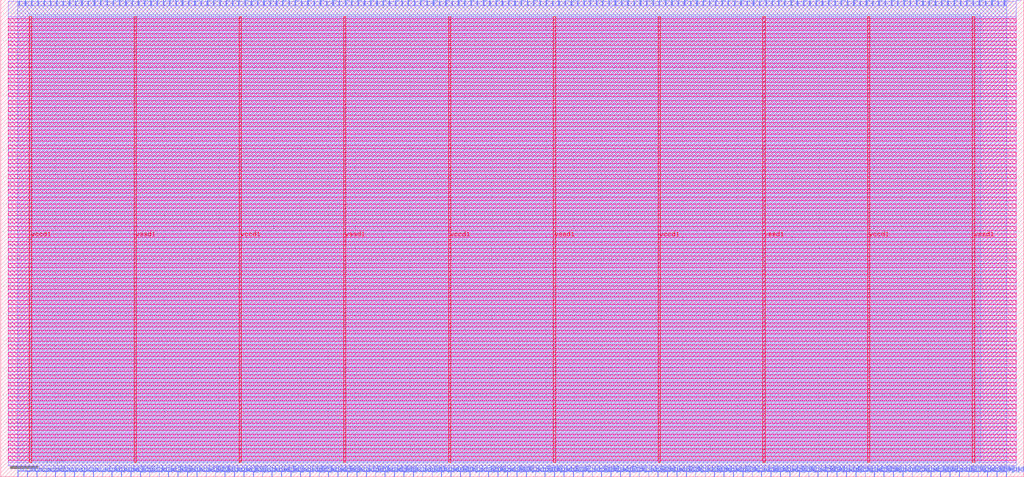
<source format=lef>
VERSION 5.7 ;
  NOWIREEXTENSIONATPIN ON ;
  DIVIDERCHAR "/" ;
  BUSBITCHARS "[]" ;
MACRO wb_memory
  CLASS BLOCK ;
  FOREIGN wb_memory ;
  ORIGIN 0.000 0.000 ;
  SIZE 750.000 BY 350.000 ;
  PIN addr_mem0[0]
    DIRECTION OUTPUT TRISTATE ;
    USE SIGNAL ;
    PORT
      LAYER met2 ;
        RECT 22.630 346.000 22.910 350.000 ;
    END
  END addr_mem0[0]
  PIN addr_mem0[1]
    DIRECTION OUTPUT TRISTATE ;
    USE SIGNAL ;
    PORT
      LAYER met2 ;
        RECT 41.030 346.000 41.310 350.000 ;
    END
  END addr_mem0[1]
  PIN addr_mem0[2]
    DIRECTION OUTPUT TRISTATE ;
    USE SIGNAL ;
    PORT
      LAYER met2 ;
        RECT 59.430 346.000 59.710 350.000 ;
    END
  END addr_mem0[2]
  PIN addr_mem0[3]
    DIRECTION OUTPUT TRISTATE ;
    USE SIGNAL ;
    PORT
      LAYER met2 ;
        RECT 77.830 346.000 78.110 350.000 ;
    END
  END addr_mem0[3]
  PIN addr_mem0[4]
    DIRECTION OUTPUT TRISTATE ;
    USE SIGNAL ;
    PORT
      LAYER met2 ;
        RECT 96.230 346.000 96.510 350.000 ;
    END
  END addr_mem0[4]
  PIN addr_mem0[5]
    DIRECTION OUTPUT TRISTATE ;
    USE SIGNAL ;
    PORT
      LAYER met2 ;
        RECT 110.030 346.000 110.310 350.000 ;
    END
  END addr_mem0[5]
  PIN addr_mem0[6]
    DIRECTION OUTPUT TRISTATE ;
    USE SIGNAL ;
    PORT
      LAYER met2 ;
        RECT 123.830 346.000 124.110 350.000 ;
    END
  END addr_mem0[6]
  PIN addr_mem0[7]
    DIRECTION OUTPUT TRISTATE ;
    USE SIGNAL ;
    PORT
      LAYER met2 ;
        RECT 137.630 346.000 137.910 350.000 ;
    END
  END addr_mem0[7]
  PIN addr_mem0[8]
    DIRECTION OUTPUT TRISTATE ;
    USE SIGNAL ;
    PORT
      LAYER met2 ;
        RECT 151.430 346.000 151.710 350.000 ;
    END
  END addr_mem0[8]
  PIN addr_mem1[0]
    DIRECTION OUTPUT TRISTATE ;
    USE SIGNAL ;
    PORT
      LAYER met2 ;
        RECT 386.030 346.000 386.310 350.000 ;
    END
  END addr_mem1[0]
  PIN addr_mem1[1]
    DIRECTION OUTPUT TRISTATE ;
    USE SIGNAL ;
    PORT
      LAYER met2 ;
        RECT 404.430 346.000 404.710 350.000 ;
    END
  END addr_mem1[1]
  PIN addr_mem1[2]
    DIRECTION OUTPUT TRISTATE ;
    USE SIGNAL ;
    PORT
      LAYER met2 ;
        RECT 422.830 346.000 423.110 350.000 ;
    END
  END addr_mem1[2]
  PIN addr_mem1[3]
    DIRECTION OUTPUT TRISTATE ;
    USE SIGNAL ;
    PORT
      LAYER met2 ;
        RECT 441.230 346.000 441.510 350.000 ;
    END
  END addr_mem1[3]
  PIN addr_mem1[4]
    DIRECTION OUTPUT TRISTATE ;
    USE SIGNAL ;
    PORT
      LAYER met2 ;
        RECT 459.630 346.000 459.910 350.000 ;
    END
  END addr_mem1[4]
  PIN addr_mem1[5]
    DIRECTION OUTPUT TRISTATE ;
    USE SIGNAL ;
    PORT
      LAYER met2 ;
        RECT 473.430 346.000 473.710 350.000 ;
    END
  END addr_mem1[5]
  PIN addr_mem1[6]
    DIRECTION OUTPUT TRISTATE ;
    USE SIGNAL ;
    PORT
      LAYER met2 ;
        RECT 487.230 346.000 487.510 350.000 ;
    END
  END addr_mem1[6]
  PIN addr_mem1[7]
    DIRECTION OUTPUT TRISTATE ;
    USE SIGNAL ;
    PORT
      LAYER met2 ;
        RECT 501.030 346.000 501.310 350.000 ;
    END
  END addr_mem1[7]
  PIN addr_mem1[8]
    DIRECTION OUTPUT TRISTATE ;
    USE SIGNAL ;
    PORT
      LAYER met2 ;
        RECT 514.830 346.000 515.110 350.000 ;
    END
  END addr_mem1[8]
  PIN csb_mem0
    DIRECTION OUTPUT TRISTATE ;
    USE SIGNAL ;
    PORT
      LAYER met2 ;
        RECT 13.430 346.000 13.710 350.000 ;
    END
  END csb_mem0
  PIN csb_mem1
    DIRECTION OUTPUT TRISTATE ;
    USE SIGNAL ;
    PORT
      LAYER met2 ;
        RECT 376.830 346.000 377.110 350.000 ;
    END
  END csb_mem1
  PIN din_mem0[0]
    DIRECTION OUTPUT TRISTATE ;
    USE SIGNAL ;
    PORT
      LAYER met2 ;
        RECT 27.230 346.000 27.510 350.000 ;
    END
  END din_mem0[0]
  PIN din_mem0[10]
    DIRECTION OUTPUT TRISTATE ;
    USE SIGNAL ;
    PORT
      LAYER met2 ;
        RECT 174.430 346.000 174.710 350.000 ;
    END
  END din_mem0[10]
  PIN din_mem0[11]
    DIRECTION OUTPUT TRISTATE ;
    USE SIGNAL ;
    PORT
      LAYER met2 ;
        RECT 183.630 346.000 183.910 350.000 ;
    END
  END din_mem0[11]
  PIN din_mem0[12]
    DIRECTION OUTPUT TRISTATE ;
    USE SIGNAL ;
    PORT
      LAYER met2 ;
        RECT 192.830 346.000 193.110 350.000 ;
    END
  END din_mem0[12]
  PIN din_mem0[13]
    DIRECTION OUTPUT TRISTATE ;
    USE SIGNAL ;
    PORT
      LAYER met2 ;
        RECT 202.030 346.000 202.310 350.000 ;
    END
  END din_mem0[13]
  PIN din_mem0[14]
    DIRECTION OUTPUT TRISTATE ;
    USE SIGNAL ;
    PORT
      LAYER met2 ;
        RECT 211.230 346.000 211.510 350.000 ;
    END
  END din_mem0[14]
  PIN din_mem0[15]
    DIRECTION OUTPUT TRISTATE ;
    USE SIGNAL ;
    PORT
      LAYER met2 ;
        RECT 220.430 346.000 220.710 350.000 ;
    END
  END din_mem0[15]
  PIN din_mem0[16]
    DIRECTION OUTPUT TRISTATE ;
    USE SIGNAL ;
    PORT
      LAYER met2 ;
        RECT 229.630 346.000 229.910 350.000 ;
    END
  END din_mem0[16]
  PIN din_mem0[17]
    DIRECTION OUTPUT TRISTATE ;
    USE SIGNAL ;
    PORT
      LAYER met2 ;
        RECT 238.830 346.000 239.110 350.000 ;
    END
  END din_mem0[17]
  PIN din_mem0[18]
    DIRECTION OUTPUT TRISTATE ;
    USE SIGNAL ;
    PORT
      LAYER met2 ;
        RECT 248.030 346.000 248.310 350.000 ;
    END
  END din_mem0[18]
  PIN din_mem0[19]
    DIRECTION OUTPUT TRISTATE ;
    USE SIGNAL ;
    PORT
      LAYER met2 ;
        RECT 257.230 346.000 257.510 350.000 ;
    END
  END din_mem0[19]
  PIN din_mem0[1]
    DIRECTION OUTPUT TRISTATE ;
    USE SIGNAL ;
    PORT
      LAYER met2 ;
        RECT 45.630 346.000 45.910 350.000 ;
    END
  END din_mem0[1]
  PIN din_mem0[20]
    DIRECTION OUTPUT TRISTATE ;
    USE SIGNAL ;
    PORT
      LAYER met2 ;
        RECT 266.430 346.000 266.710 350.000 ;
    END
  END din_mem0[20]
  PIN din_mem0[21]
    DIRECTION OUTPUT TRISTATE ;
    USE SIGNAL ;
    PORT
      LAYER met2 ;
        RECT 275.630 346.000 275.910 350.000 ;
    END
  END din_mem0[21]
  PIN din_mem0[22]
    DIRECTION OUTPUT TRISTATE ;
    USE SIGNAL ;
    PORT
      LAYER met2 ;
        RECT 284.830 346.000 285.110 350.000 ;
    END
  END din_mem0[22]
  PIN din_mem0[23]
    DIRECTION OUTPUT TRISTATE ;
    USE SIGNAL ;
    PORT
      LAYER met2 ;
        RECT 294.030 346.000 294.310 350.000 ;
    END
  END din_mem0[23]
  PIN din_mem0[24]
    DIRECTION OUTPUT TRISTATE ;
    USE SIGNAL ;
    PORT
      LAYER met2 ;
        RECT 303.230 346.000 303.510 350.000 ;
    END
  END din_mem0[24]
  PIN din_mem0[25]
    DIRECTION OUTPUT TRISTATE ;
    USE SIGNAL ;
    PORT
      LAYER met2 ;
        RECT 312.430 346.000 312.710 350.000 ;
    END
  END din_mem0[25]
  PIN din_mem0[26]
    DIRECTION OUTPUT TRISTATE ;
    USE SIGNAL ;
    PORT
      LAYER met2 ;
        RECT 321.630 346.000 321.910 350.000 ;
    END
  END din_mem0[26]
  PIN din_mem0[27]
    DIRECTION OUTPUT TRISTATE ;
    USE SIGNAL ;
    PORT
      LAYER met2 ;
        RECT 330.830 346.000 331.110 350.000 ;
    END
  END din_mem0[27]
  PIN din_mem0[28]
    DIRECTION OUTPUT TRISTATE ;
    USE SIGNAL ;
    PORT
      LAYER met2 ;
        RECT 340.030 346.000 340.310 350.000 ;
    END
  END din_mem0[28]
  PIN din_mem0[29]
    DIRECTION OUTPUT TRISTATE ;
    USE SIGNAL ;
    PORT
      LAYER met2 ;
        RECT 349.230 346.000 349.510 350.000 ;
    END
  END din_mem0[29]
  PIN din_mem0[2]
    DIRECTION OUTPUT TRISTATE ;
    USE SIGNAL ;
    PORT
      LAYER met2 ;
        RECT 64.030 346.000 64.310 350.000 ;
    END
  END din_mem0[2]
  PIN din_mem0[30]
    DIRECTION OUTPUT TRISTATE ;
    USE SIGNAL ;
    PORT
      LAYER met2 ;
        RECT 358.430 346.000 358.710 350.000 ;
    END
  END din_mem0[30]
  PIN din_mem0[31]
    DIRECTION OUTPUT TRISTATE ;
    USE SIGNAL ;
    PORT
      LAYER met2 ;
        RECT 367.630 346.000 367.910 350.000 ;
    END
  END din_mem0[31]
  PIN din_mem0[3]
    DIRECTION OUTPUT TRISTATE ;
    USE SIGNAL ;
    PORT
      LAYER met2 ;
        RECT 82.430 346.000 82.710 350.000 ;
    END
  END din_mem0[3]
  PIN din_mem0[4]
    DIRECTION OUTPUT TRISTATE ;
    USE SIGNAL ;
    PORT
      LAYER met2 ;
        RECT 100.830 346.000 101.110 350.000 ;
    END
  END din_mem0[4]
  PIN din_mem0[5]
    DIRECTION OUTPUT TRISTATE ;
    USE SIGNAL ;
    PORT
      LAYER met2 ;
        RECT 114.630 346.000 114.910 350.000 ;
    END
  END din_mem0[5]
  PIN din_mem0[6]
    DIRECTION OUTPUT TRISTATE ;
    USE SIGNAL ;
    PORT
      LAYER met2 ;
        RECT 128.430 346.000 128.710 350.000 ;
    END
  END din_mem0[6]
  PIN din_mem0[7]
    DIRECTION OUTPUT TRISTATE ;
    USE SIGNAL ;
    PORT
      LAYER met2 ;
        RECT 142.230 346.000 142.510 350.000 ;
    END
  END din_mem0[7]
  PIN din_mem0[8]
    DIRECTION OUTPUT TRISTATE ;
    USE SIGNAL ;
    PORT
      LAYER met2 ;
        RECT 156.030 346.000 156.310 350.000 ;
    END
  END din_mem0[8]
  PIN din_mem0[9]
    DIRECTION OUTPUT TRISTATE ;
    USE SIGNAL ;
    PORT
      LAYER met2 ;
        RECT 165.230 346.000 165.510 350.000 ;
    END
  END din_mem0[9]
  PIN din_mem1[0]
    DIRECTION OUTPUT TRISTATE ;
    USE SIGNAL ;
    PORT
      LAYER met2 ;
        RECT 390.630 346.000 390.910 350.000 ;
    END
  END din_mem1[0]
  PIN din_mem1[10]
    DIRECTION OUTPUT TRISTATE ;
    USE SIGNAL ;
    PORT
      LAYER met2 ;
        RECT 537.830 346.000 538.110 350.000 ;
    END
  END din_mem1[10]
  PIN din_mem1[11]
    DIRECTION OUTPUT TRISTATE ;
    USE SIGNAL ;
    PORT
      LAYER met2 ;
        RECT 547.030 346.000 547.310 350.000 ;
    END
  END din_mem1[11]
  PIN din_mem1[12]
    DIRECTION OUTPUT TRISTATE ;
    USE SIGNAL ;
    PORT
      LAYER met2 ;
        RECT 556.230 346.000 556.510 350.000 ;
    END
  END din_mem1[12]
  PIN din_mem1[13]
    DIRECTION OUTPUT TRISTATE ;
    USE SIGNAL ;
    PORT
      LAYER met2 ;
        RECT 565.430 346.000 565.710 350.000 ;
    END
  END din_mem1[13]
  PIN din_mem1[14]
    DIRECTION OUTPUT TRISTATE ;
    USE SIGNAL ;
    PORT
      LAYER met2 ;
        RECT 574.630 346.000 574.910 350.000 ;
    END
  END din_mem1[14]
  PIN din_mem1[15]
    DIRECTION OUTPUT TRISTATE ;
    USE SIGNAL ;
    PORT
      LAYER met2 ;
        RECT 583.830 346.000 584.110 350.000 ;
    END
  END din_mem1[15]
  PIN din_mem1[16]
    DIRECTION OUTPUT TRISTATE ;
    USE SIGNAL ;
    PORT
      LAYER met2 ;
        RECT 593.030 346.000 593.310 350.000 ;
    END
  END din_mem1[16]
  PIN din_mem1[17]
    DIRECTION OUTPUT TRISTATE ;
    USE SIGNAL ;
    PORT
      LAYER met2 ;
        RECT 602.230 346.000 602.510 350.000 ;
    END
  END din_mem1[17]
  PIN din_mem1[18]
    DIRECTION OUTPUT TRISTATE ;
    USE SIGNAL ;
    PORT
      LAYER met2 ;
        RECT 611.430 346.000 611.710 350.000 ;
    END
  END din_mem1[18]
  PIN din_mem1[19]
    DIRECTION OUTPUT TRISTATE ;
    USE SIGNAL ;
    PORT
      LAYER met2 ;
        RECT 620.630 346.000 620.910 350.000 ;
    END
  END din_mem1[19]
  PIN din_mem1[1]
    DIRECTION OUTPUT TRISTATE ;
    USE SIGNAL ;
    PORT
      LAYER met2 ;
        RECT 409.030 346.000 409.310 350.000 ;
    END
  END din_mem1[1]
  PIN din_mem1[20]
    DIRECTION OUTPUT TRISTATE ;
    USE SIGNAL ;
    PORT
      LAYER met2 ;
        RECT 629.830 346.000 630.110 350.000 ;
    END
  END din_mem1[20]
  PIN din_mem1[21]
    DIRECTION OUTPUT TRISTATE ;
    USE SIGNAL ;
    PORT
      LAYER met2 ;
        RECT 639.030 346.000 639.310 350.000 ;
    END
  END din_mem1[21]
  PIN din_mem1[22]
    DIRECTION OUTPUT TRISTATE ;
    USE SIGNAL ;
    PORT
      LAYER met2 ;
        RECT 648.230 346.000 648.510 350.000 ;
    END
  END din_mem1[22]
  PIN din_mem1[23]
    DIRECTION OUTPUT TRISTATE ;
    USE SIGNAL ;
    PORT
      LAYER met2 ;
        RECT 657.430 346.000 657.710 350.000 ;
    END
  END din_mem1[23]
  PIN din_mem1[24]
    DIRECTION OUTPUT TRISTATE ;
    USE SIGNAL ;
    PORT
      LAYER met2 ;
        RECT 666.630 346.000 666.910 350.000 ;
    END
  END din_mem1[24]
  PIN din_mem1[25]
    DIRECTION OUTPUT TRISTATE ;
    USE SIGNAL ;
    PORT
      LAYER met2 ;
        RECT 675.830 346.000 676.110 350.000 ;
    END
  END din_mem1[25]
  PIN din_mem1[26]
    DIRECTION OUTPUT TRISTATE ;
    USE SIGNAL ;
    PORT
      LAYER met2 ;
        RECT 685.030 346.000 685.310 350.000 ;
    END
  END din_mem1[26]
  PIN din_mem1[27]
    DIRECTION OUTPUT TRISTATE ;
    USE SIGNAL ;
    PORT
      LAYER met2 ;
        RECT 694.230 346.000 694.510 350.000 ;
    END
  END din_mem1[27]
  PIN din_mem1[28]
    DIRECTION OUTPUT TRISTATE ;
    USE SIGNAL ;
    PORT
      LAYER met2 ;
        RECT 703.430 346.000 703.710 350.000 ;
    END
  END din_mem1[28]
  PIN din_mem1[29]
    DIRECTION OUTPUT TRISTATE ;
    USE SIGNAL ;
    PORT
      LAYER met2 ;
        RECT 712.630 346.000 712.910 350.000 ;
    END
  END din_mem1[29]
  PIN din_mem1[2]
    DIRECTION OUTPUT TRISTATE ;
    USE SIGNAL ;
    PORT
      LAYER met2 ;
        RECT 427.430 346.000 427.710 350.000 ;
    END
  END din_mem1[2]
  PIN din_mem1[30]
    DIRECTION OUTPUT TRISTATE ;
    USE SIGNAL ;
    PORT
      LAYER met2 ;
        RECT 721.830 346.000 722.110 350.000 ;
    END
  END din_mem1[30]
  PIN din_mem1[31]
    DIRECTION OUTPUT TRISTATE ;
    USE SIGNAL ;
    PORT
      LAYER met2 ;
        RECT 731.030 346.000 731.310 350.000 ;
    END
  END din_mem1[31]
  PIN din_mem1[3]
    DIRECTION OUTPUT TRISTATE ;
    USE SIGNAL ;
    PORT
      LAYER met2 ;
        RECT 445.830 346.000 446.110 350.000 ;
    END
  END din_mem1[3]
  PIN din_mem1[4]
    DIRECTION OUTPUT TRISTATE ;
    USE SIGNAL ;
    PORT
      LAYER met2 ;
        RECT 464.230 346.000 464.510 350.000 ;
    END
  END din_mem1[4]
  PIN din_mem1[5]
    DIRECTION OUTPUT TRISTATE ;
    USE SIGNAL ;
    PORT
      LAYER met2 ;
        RECT 478.030 346.000 478.310 350.000 ;
    END
  END din_mem1[5]
  PIN din_mem1[6]
    DIRECTION OUTPUT TRISTATE ;
    USE SIGNAL ;
    PORT
      LAYER met2 ;
        RECT 491.830 346.000 492.110 350.000 ;
    END
  END din_mem1[6]
  PIN din_mem1[7]
    DIRECTION OUTPUT TRISTATE ;
    USE SIGNAL ;
    PORT
      LAYER met2 ;
        RECT 505.630 346.000 505.910 350.000 ;
    END
  END din_mem1[7]
  PIN din_mem1[8]
    DIRECTION OUTPUT TRISTATE ;
    USE SIGNAL ;
    PORT
      LAYER met2 ;
        RECT 519.430 346.000 519.710 350.000 ;
    END
  END din_mem1[8]
  PIN din_mem1[9]
    DIRECTION OUTPUT TRISTATE ;
    USE SIGNAL ;
    PORT
      LAYER met2 ;
        RECT 528.630 346.000 528.910 350.000 ;
    END
  END din_mem1[9]
  PIN dout_mem0[0]
    DIRECTION INPUT ;
    USE SIGNAL ;
    PORT
      LAYER met2 ;
        RECT 31.830 346.000 32.110 350.000 ;
    END
  END dout_mem0[0]
  PIN dout_mem0[10]
    DIRECTION INPUT ;
    USE SIGNAL ;
    PORT
      LAYER met2 ;
        RECT 179.030 346.000 179.310 350.000 ;
    END
  END dout_mem0[10]
  PIN dout_mem0[11]
    DIRECTION INPUT ;
    USE SIGNAL ;
    PORT
      LAYER met2 ;
        RECT 188.230 346.000 188.510 350.000 ;
    END
  END dout_mem0[11]
  PIN dout_mem0[12]
    DIRECTION INPUT ;
    USE SIGNAL ;
    PORT
      LAYER met2 ;
        RECT 197.430 346.000 197.710 350.000 ;
    END
  END dout_mem0[12]
  PIN dout_mem0[13]
    DIRECTION INPUT ;
    USE SIGNAL ;
    PORT
      LAYER met2 ;
        RECT 206.630 346.000 206.910 350.000 ;
    END
  END dout_mem0[13]
  PIN dout_mem0[14]
    DIRECTION INPUT ;
    USE SIGNAL ;
    PORT
      LAYER met2 ;
        RECT 215.830 346.000 216.110 350.000 ;
    END
  END dout_mem0[14]
  PIN dout_mem0[15]
    DIRECTION INPUT ;
    USE SIGNAL ;
    PORT
      LAYER met2 ;
        RECT 225.030 346.000 225.310 350.000 ;
    END
  END dout_mem0[15]
  PIN dout_mem0[16]
    DIRECTION INPUT ;
    USE SIGNAL ;
    PORT
      LAYER met2 ;
        RECT 234.230 346.000 234.510 350.000 ;
    END
  END dout_mem0[16]
  PIN dout_mem0[17]
    DIRECTION INPUT ;
    USE SIGNAL ;
    PORT
      LAYER met2 ;
        RECT 243.430 346.000 243.710 350.000 ;
    END
  END dout_mem0[17]
  PIN dout_mem0[18]
    DIRECTION INPUT ;
    USE SIGNAL ;
    PORT
      LAYER met2 ;
        RECT 252.630 346.000 252.910 350.000 ;
    END
  END dout_mem0[18]
  PIN dout_mem0[19]
    DIRECTION INPUT ;
    USE SIGNAL ;
    PORT
      LAYER met2 ;
        RECT 261.830 346.000 262.110 350.000 ;
    END
  END dout_mem0[19]
  PIN dout_mem0[1]
    DIRECTION INPUT ;
    USE SIGNAL ;
    PORT
      LAYER met2 ;
        RECT 50.230 346.000 50.510 350.000 ;
    END
  END dout_mem0[1]
  PIN dout_mem0[20]
    DIRECTION INPUT ;
    USE SIGNAL ;
    PORT
      LAYER met2 ;
        RECT 271.030 346.000 271.310 350.000 ;
    END
  END dout_mem0[20]
  PIN dout_mem0[21]
    DIRECTION INPUT ;
    USE SIGNAL ;
    PORT
      LAYER met2 ;
        RECT 280.230 346.000 280.510 350.000 ;
    END
  END dout_mem0[21]
  PIN dout_mem0[22]
    DIRECTION INPUT ;
    USE SIGNAL ;
    PORT
      LAYER met2 ;
        RECT 289.430 346.000 289.710 350.000 ;
    END
  END dout_mem0[22]
  PIN dout_mem0[23]
    DIRECTION INPUT ;
    USE SIGNAL ;
    PORT
      LAYER met2 ;
        RECT 298.630 346.000 298.910 350.000 ;
    END
  END dout_mem0[23]
  PIN dout_mem0[24]
    DIRECTION INPUT ;
    USE SIGNAL ;
    PORT
      LAYER met2 ;
        RECT 307.830 346.000 308.110 350.000 ;
    END
  END dout_mem0[24]
  PIN dout_mem0[25]
    DIRECTION INPUT ;
    USE SIGNAL ;
    PORT
      LAYER met2 ;
        RECT 317.030 346.000 317.310 350.000 ;
    END
  END dout_mem0[25]
  PIN dout_mem0[26]
    DIRECTION INPUT ;
    USE SIGNAL ;
    PORT
      LAYER met2 ;
        RECT 326.230 346.000 326.510 350.000 ;
    END
  END dout_mem0[26]
  PIN dout_mem0[27]
    DIRECTION INPUT ;
    USE SIGNAL ;
    PORT
      LAYER met2 ;
        RECT 335.430 346.000 335.710 350.000 ;
    END
  END dout_mem0[27]
  PIN dout_mem0[28]
    DIRECTION INPUT ;
    USE SIGNAL ;
    PORT
      LAYER met2 ;
        RECT 344.630 346.000 344.910 350.000 ;
    END
  END dout_mem0[28]
  PIN dout_mem0[29]
    DIRECTION INPUT ;
    USE SIGNAL ;
    PORT
      LAYER met2 ;
        RECT 353.830 346.000 354.110 350.000 ;
    END
  END dout_mem0[29]
  PIN dout_mem0[2]
    DIRECTION INPUT ;
    USE SIGNAL ;
    PORT
      LAYER met2 ;
        RECT 68.630 346.000 68.910 350.000 ;
    END
  END dout_mem0[2]
  PIN dout_mem0[30]
    DIRECTION INPUT ;
    USE SIGNAL ;
    PORT
      LAYER met2 ;
        RECT 363.030 346.000 363.310 350.000 ;
    END
  END dout_mem0[30]
  PIN dout_mem0[31]
    DIRECTION INPUT ;
    USE SIGNAL ;
    PORT
      LAYER met2 ;
        RECT 372.230 346.000 372.510 350.000 ;
    END
  END dout_mem0[31]
  PIN dout_mem0[3]
    DIRECTION INPUT ;
    USE SIGNAL ;
    PORT
      LAYER met2 ;
        RECT 87.030 346.000 87.310 350.000 ;
    END
  END dout_mem0[3]
  PIN dout_mem0[4]
    DIRECTION INPUT ;
    USE SIGNAL ;
    PORT
      LAYER met2 ;
        RECT 105.430 346.000 105.710 350.000 ;
    END
  END dout_mem0[4]
  PIN dout_mem0[5]
    DIRECTION INPUT ;
    USE SIGNAL ;
    PORT
      LAYER met2 ;
        RECT 119.230 346.000 119.510 350.000 ;
    END
  END dout_mem0[5]
  PIN dout_mem0[6]
    DIRECTION INPUT ;
    USE SIGNAL ;
    PORT
      LAYER met2 ;
        RECT 133.030 346.000 133.310 350.000 ;
    END
  END dout_mem0[6]
  PIN dout_mem0[7]
    DIRECTION INPUT ;
    USE SIGNAL ;
    PORT
      LAYER met2 ;
        RECT 146.830 346.000 147.110 350.000 ;
    END
  END dout_mem0[7]
  PIN dout_mem0[8]
    DIRECTION INPUT ;
    USE SIGNAL ;
    PORT
      LAYER met2 ;
        RECT 160.630 346.000 160.910 350.000 ;
    END
  END dout_mem0[8]
  PIN dout_mem0[9]
    DIRECTION INPUT ;
    USE SIGNAL ;
    PORT
      LAYER met2 ;
        RECT 169.830 346.000 170.110 350.000 ;
    END
  END dout_mem0[9]
  PIN dout_mem1[0]
    DIRECTION INPUT ;
    USE SIGNAL ;
    PORT
      LAYER met2 ;
        RECT 395.230 346.000 395.510 350.000 ;
    END
  END dout_mem1[0]
  PIN dout_mem1[10]
    DIRECTION INPUT ;
    USE SIGNAL ;
    PORT
      LAYER met2 ;
        RECT 542.430 346.000 542.710 350.000 ;
    END
  END dout_mem1[10]
  PIN dout_mem1[11]
    DIRECTION INPUT ;
    USE SIGNAL ;
    PORT
      LAYER met2 ;
        RECT 551.630 346.000 551.910 350.000 ;
    END
  END dout_mem1[11]
  PIN dout_mem1[12]
    DIRECTION INPUT ;
    USE SIGNAL ;
    PORT
      LAYER met2 ;
        RECT 560.830 346.000 561.110 350.000 ;
    END
  END dout_mem1[12]
  PIN dout_mem1[13]
    DIRECTION INPUT ;
    USE SIGNAL ;
    PORT
      LAYER met2 ;
        RECT 570.030 346.000 570.310 350.000 ;
    END
  END dout_mem1[13]
  PIN dout_mem1[14]
    DIRECTION INPUT ;
    USE SIGNAL ;
    PORT
      LAYER met2 ;
        RECT 579.230 346.000 579.510 350.000 ;
    END
  END dout_mem1[14]
  PIN dout_mem1[15]
    DIRECTION INPUT ;
    USE SIGNAL ;
    PORT
      LAYER met2 ;
        RECT 588.430 346.000 588.710 350.000 ;
    END
  END dout_mem1[15]
  PIN dout_mem1[16]
    DIRECTION INPUT ;
    USE SIGNAL ;
    PORT
      LAYER met2 ;
        RECT 597.630 346.000 597.910 350.000 ;
    END
  END dout_mem1[16]
  PIN dout_mem1[17]
    DIRECTION INPUT ;
    USE SIGNAL ;
    PORT
      LAYER met2 ;
        RECT 606.830 346.000 607.110 350.000 ;
    END
  END dout_mem1[17]
  PIN dout_mem1[18]
    DIRECTION INPUT ;
    USE SIGNAL ;
    PORT
      LAYER met2 ;
        RECT 616.030 346.000 616.310 350.000 ;
    END
  END dout_mem1[18]
  PIN dout_mem1[19]
    DIRECTION INPUT ;
    USE SIGNAL ;
    PORT
      LAYER met2 ;
        RECT 625.230 346.000 625.510 350.000 ;
    END
  END dout_mem1[19]
  PIN dout_mem1[1]
    DIRECTION INPUT ;
    USE SIGNAL ;
    PORT
      LAYER met2 ;
        RECT 413.630 346.000 413.910 350.000 ;
    END
  END dout_mem1[1]
  PIN dout_mem1[20]
    DIRECTION INPUT ;
    USE SIGNAL ;
    PORT
      LAYER met2 ;
        RECT 634.430 346.000 634.710 350.000 ;
    END
  END dout_mem1[20]
  PIN dout_mem1[21]
    DIRECTION INPUT ;
    USE SIGNAL ;
    PORT
      LAYER met2 ;
        RECT 643.630 346.000 643.910 350.000 ;
    END
  END dout_mem1[21]
  PIN dout_mem1[22]
    DIRECTION INPUT ;
    USE SIGNAL ;
    PORT
      LAYER met2 ;
        RECT 652.830 346.000 653.110 350.000 ;
    END
  END dout_mem1[22]
  PIN dout_mem1[23]
    DIRECTION INPUT ;
    USE SIGNAL ;
    PORT
      LAYER met2 ;
        RECT 662.030 346.000 662.310 350.000 ;
    END
  END dout_mem1[23]
  PIN dout_mem1[24]
    DIRECTION INPUT ;
    USE SIGNAL ;
    PORT
      LAYER met2 ;
        RECT 671.230 346.000 671.510 350.000 ;
    END
  END dout_mem1[24]
  PIN dout_mem1[25]
    DIRECTION INPUT ;
    USE SIGNAL ;
    PORT
      LAYER met2 ;
        RECT 680.430 346.000 680.710 350.000 ;
    END
  END dout_mem1[25]
  PIN dout_mem1[26]
    DIRECTION INPUT ;
    USE SIGNAL ;
    PORT
      LAYER met2 ;
        RECT 689.630 346.000 689.910 350.000 ;
    END
  END dout_mem1[26]
  PIN dout_mem1[27]
    DIRECTION INPUT ;
    USE SIGNAL ;
    PORT
      LAYER met2 ;
        RECT 698.830 346.000 699.110 350.000 ;
    END
  END dout_mem1[27]
  PIN dout_mem1[28]
    DIRECTION INPUT ;
    USE SIGNAL ;
    PORT
      LAYER met2 ;
        RECT 708.030 346.000 708.310 350.000 ;
    END
  END dout_mem1[28]
  PIN dout_mem1[29]
    DIRECTION INPUT ;
    USE SIGNAL ;
    PORT
      LAYER met2 ;
        RECT 717.230 346.000 717.510 350.000 ;
    END
  END dout_mem1[29]
  PIN dout_mem1[2]
    DIRECTION INPUT ;
    USE SIGNAL ;
    PORT
      LAYER met2 ;
        RECT 432.030 346.000 432.310 350.000 ;
    END
  END dout_mem1[2]
  PIN dout_mem1[30]
    DIRECTION INPUT ;
    USE SIGNAL ;
    PORT
      LAYER met2 ;
        RECT 726.430 346.000 726.710 350.000 ;
    END
  END dout_mem1[30]
  PIN dout_mem1[31]
    DIRECTION INPUT ;
    USE SIGNAL ;
    PORT
      LAYER met2 ;
        RECT 735.630 346.000 735.910 350.000 ;
    END
  END dout_mem1[31]
  PIN dout_mem1[3]
    DIRECTION INPUT ;
    USE SIGNAL ;
    PORT
      LAYER met2 ;
        RECT 450.430 346.000 450.710 350.000 ;
    END
  END dout_mem1[3]
  PIN dout_mem1[4]
    DIRECTION INPUT ;
    USE SIGNAL ;
    PORT
      LAYER met2 ;
        RECT 468.830 346.000 469.110 350.000 ;
    END
  END dout_mem1[4]
  PIN dout_mem1[5]
    DIRECTION INPUT ;
    USE SIGNAL ;
    PORT
      LAYER met2 ;
        RECT 482.630 346.000 482.910 350.000 ;
    END
  END dout_mem1[5]
  PIN dout_mem1[6]
    DIRECTION INPUT ;
    USE SIGNAL ;
    PORT
      LAYER met2 ;
        RECT 496.430 346.000 496.710 350.000 ;
    END
  END dout_mem1[6]
  PIN dout_mem1[7]
    DIRECTION INPUT ;
    USE SIGNAL ;
    PORT
      LAYER met2 ;
        RECT 510.230 346.000 510.510 350.000 ;
    END
  END dout_mem1[7]
  PIN dout_mem1[8]
    DIRECTION INPUT ;
    USE SIGNAL ;
    PORT
      LAYER met2 ;
        RECT 524.030 346.000 524.310 350.000 ;
    END
  END dout_mem1[8]
  PIN dout_mem1[9]
    DIRECTION INPUT ;
    USE SIGNAL ;
    PORT
      LAYER met2 ;
        RECT 533.230 346.000 533.510 350.000 ;
    END
  END dout_mem1[9]
  PIN io_wbs_ack
    DIRECTION OUTPUT TRISTATE ;
    USE SIGNAL ;
    PORT
      LAYER met2 ;
        RECT 12.510 0.000 12.790 4.000 ;
    END
  END io_wbs_ack
  PIN io_wbs_adr[0]
    DIRECTION INPUT ;
    USE SIGNAL ;
    PORT
      LAYER met2 ;
        RECT 53.910 0.000 54.190 4.000 ;
    END
  END io_wbs_adr[0]
  PIN io_wbs_adr[10]
    DIRECTION INPUT ;
    USE SIGNAL ;
    PORT
      LAYER met2 ;
        RECT 288.510 0.000 288.790 4.000 ;
    END
  END io_wbs_adr[10]
  PIN io_wbs_adr[11]
    DIRECTION INPUT ;
    USE SIGNAL ;
    PORT
      LAYER met2 ;
        RECT 309.210 0.000 309.490 4.000 ;
    END
  END io_wbs_adr[11]
  PIN io_wbs_adr[12]
    DIRECTION INPUT ;
    USE SIGNAL ;
    PORT
      LAYER met2 ;
        RECT 329.910 0.000 330.190 4.000 ;
    END
  END io_wbs_adr[12]
  PIN io_wbs_adr[13]
    DIRECTION INPUT ;
    USE SIGNAL ;
    PORT
      LAYER met2 ;
        RECT 350.610 0.000 350.890 4.000 ;
    END
  END io_wbs_adr[13]
  PIN io_wbs_adr[14]
    DIRECTION INPUT ;
    USE SIGNAL ;
    PORT
      LAYER met2 ;
        RECT 371.310 0.000 371.590 4.000 ;
    END
  END io_wbs_adr[14]
  PIN io_wbs_adr[15]
    DIRECTION INPUT ;
    USE SIGNAL ;
    PORT
      LAYER met2 ;
        RECT 392.010 0.000 392.290 4.000 ;
    END
  END io_wbs_adr[15]
  PIN io_wbs_adr[16]
    DIRECTION INPUT ;
    USE SIGNAL ;
    PORT
      LAYER met2 ;
        RECT 412.710 0.000 412.990 4.000 ;
    END
  END io_wbs_adr[16]
  PIN io_wbs_adr[17]
    DIRECTION INPUT ;
    USE SIGNAL ;
    PORT
      LAYER met2 ;
        RECT 433.410 0.000 433.690 4.000 ;
    END
  END io_wbs_adr[17]
  PIN io_wbs_adr[18]
    DIRECTION INPUT ;
    USE SIGNAL ;
    PORT
      LAYER met2 ;
        RECT 454.110 0.000 454.390 4.000 ;
    END
  END io_wbs_adr[18]
  PIN io_wbs_adr[19]
    DIRECTION INPUT ;
    USE SIGNAL ;
    PORT
      LAYER met2 ;
        RECT 474.810 0.000 475.090 4.000 ;
    END
  END io_wbs_adr[19]
  PIN io_wbs_adr[1]
    DIRECTION INPUT ;
    USE SIGNAL ;
    PORT
      LAYER met2 ;
        RECT 81.510 0.000 81.790 4.000 ;
    END
  END io_wbs_adr[1]
  PIN io_wbs_adr[20]
    DIRECTION INPUT ;
    USE SIGNAL ;
    PORT
      LAYER met2 ;
        RECT 495.510 0.000 495.790 4.000 ;
    END
  END io_wbs_adr[20]
  PIN io_wbs_adr[21]
    DIRECTION INPUT ;
    USE SIGNAL ;
    PORT
      LAYER met2 ;
        RECT 516.210 0.000 516.490 4.000 ;
    END
  END io_wbs_adr[21]
  PIN io_wbs_adr[22]
    DIRECTION INPUT ;
    USE SIGNAL ;
    PORT
      LAYER met2 ;
        RECT 536.910 0.000 537.190 4.000 ;
    END
  END io_wbs_adr[22]
  PIN io_wbs_adr[23]
    DIRECTION INPUT ;
    USE SIGNAL ;
    PORT
      LAYER met2 ;
        RECT 557.610 0.000 557.890 4.000 ;
    END
  END io_wbs_adr[23]
  PIN io_wbs_adr[24]
    DIRECTION INPUT ;
    USE SIGNAL ;
    PORT
      LAYER met2 ;
        RECT 578.310 0.000 578.590 4.000 ;
    END
  END io_wbs_adr[24]
  PIN io_wbs_adr[25]
    DIRECTION INPUT ;
    USE SIGNAL ;
    PORT
      LAYER met2 ;
        RECT 599.010 0.000 599.290 4.000 ;
    END
  END io_wbs_adr[25]
  PIN io_wbs_adr[26]
    DIRECTION INPUT ;
    USE SIGNAL ;
    PORT
      LAYER met2 ;
        RECT 619.710 0.000 619.990 4.000 ;
    END
  END io_wbs_adr[26]
  PIN io_wbs_adr[27]
    DIRECTION INPUT ;
    USE SIGNAL ;
    PORT
      LAYER met2 ;
        RECT 640.410 0.000 640.690 4.000 ;
    END
  END io_wbs_adr[27]
  PIN io_wbs_adr[28]
    DIRECTION INPUT ;
    USE SIGNAL ;
    PORT
      LAYER met2 ;
        RECT 661.110 0.000 661.390 4.000 ;
    END
  END io_wbs_adr[28]
  PIN io_wbs_adr[29]
    DIRECTION INPUT ;
    USE SIGNAL ;
    PORT
      LAYER met2 ;
        RECT 681.810 0.000 682.090 4.000 ;
    END
  END io_wbs_adr[29]
  PIN io_wbs_adr[2]
    DIRECTION INPUT ;
    USE SIGNAL ;
    PORT
      LAYER met2 ;
        RECT 109.110 0.000 109.390 4.000 ;
    END
  END io_wbs_adr[2]
  PIN io_wbs_adr[30]
    DIRECTION INPUT ;
    USE SIGNAL ;
    PORT
      LAYER met2 ;
        RECT 702.510 0.000 702.790 4.000 ;
    END
  END io_wbs_adr[30]
  PIN io_wbs_adr[31]
    DIRECTION INPUT ;
    USE SIGNAL ;
    PORT
      LAYER met2 ;
        RECT 723.210 0.000 723.490 4.000 ;
    END
  END io_wbs_adr[31]
  PIN io_wbs_adr[3]
    DIRECTION INPUT ;
    USE SIGNAL ;
    PORT
      LAYER met2 ;
        RECT 136.710 0.000 136.990 4.000 ;
    END
  END io_wbs_adr[3]
  PIN io_wbs_adr[4]
    DIRECTION INPUT ;
    USE SIGNAL ;
    PORT
      LAYER met2 ;
        RECT 164.310 0.000 164.590 4.000 ;
    END
  END io_wbs_adr[4]
  PIN io_wbs_adr[5]
    DIRECTION INPUT ;
    USE SIGNAL ;
    PORT
      LAYER met2 ;
        RECT 185.010 0.000 185.290 4.000 ;
    END
  END io_wbs_adr[5]
  PIN io_wbs_adr[6]
    DIRECTION INPUT ;
    USE SIGNAL ;
    PORT
      LAYER met2 ;
        RECT 205.710 0.000 205.990 4.000 ;
    END
  END io_wbs_adr[6]
  PIN io_wbs_adr[7]
    DIRECTION INPUT ;
    USE SIGNAL ;
    PORT
      LAYER met2 ;
        RECT 226.410 0.000 226.690 4.000 ;
    END
  END io_wbs_adr[7]
  PIN io_wbs_adr[8]
    DIRECTION INPUT ;
    USE SIGNAL ;
    PORT
      LAYER met2 ;
        RECT 247.110 0.000 247.390 4.000 ;
    END
  END io_wbs_adr[8]
  PIN io_wbs_adr[9]
    DIRECTION INPUT ;
    USE SIGNAL ;
    PORT
      LAYER met2 ;
        RECT 267.810 0.000 268.090 4.000 ;
    END
  END io_wbs_adr[9]
  PIN io_wbs_clk
    DIRECTION INPUT ;
    USE SIGNAL ;
    PORT
      LAYER met2 ;
        RECT 19.410 0.000 19.690 4.000 ;
    END
  END io_wbs_clk
  PIN io_wbs_cyc
    DIRECTION INPUT ;
    USE SIGNAL ;
    PORT
      LAYER met2 ;
        RECT 26.310 0.000 26.590 4.000 ;
    END
  END io_wbs_cyc
  PIN io_wbs_datrd[0]
    DIRECTION OUTPUT TRISTATE ;
    USE SIGNAL ;
    PORT
      LAYER met2 ;
        RECT 60.810 0.000 61.090 4.000 ;
    END
  END io_wbs_datrd[0]
  PIN io_wbs_datrd[10]
    DIRECTION OUTPUT TRISTATE ;
    USE SIGNAL ;
    PORT
      LAYER met2 ;
        RECT 295.410 0.000 295.690 4.000 ;
    END
  END io_wbs_datrd[10]
  PIN io_wbs_datrd[11]
    DIRECTION OUTPUT TRISTATE ;
    USE SIGNAL ;
    PORT
      LAYER met2 ;
        RECT 316.110 0.000 316.390 4.000 ;
    END
  END io_wbs_datrd[11]
  PIN io_wbs_datrd[12]
    DIRECTION OUTPUT TRISTATE ;
    USE SIGNAL ;
    PORT
      LAYER met2 ;
        RECT 336.810 0.000 337.090 4.000 ;
    END
  END io_wbs_datrd[12]
  PIN io_wbs_datrd[13]
    DIRECTION OUTPUT TRISTATE ;
    USE SIGNAL ;
    PORT
      LAYER met2 ;
        RECT 357.510 0.000 357.790 4.000 ;
    END
  END io_wbs_datrd[13]
  PIN io_wbs_datrd[14]
    DIRECTION OUTPUT TRISTATE ;
    USE SIGNAL ;
    PORT
      LAYER met2 ;
        RECT 378.210 0.000 378.490 4.000 ;
    END
  END io_wbs_datrd[14]
  PIN io_wbs_datrd[15]
    DIRECTION OUTPUT TRISTATE ;
    USE SIGNAL ;
    PORT
      LAYER met2 ;
        RECT 398.910 0.000 399.190 4.000 ;
    END
  END io_wbs_datrd[15]
  PIN io_wbs_datrd[16]
    DIRECTION OUTPUT TRISTATE ;
    USE SIGNAL ;
    PORT
      LAYER met2 ;
        RECT 419.610 0.000 419.890 4.000 ;
    END
  END io_wbs_datrd[16]
  PIN io_wbs_datrd[17]
    DIRECTION OUTPUT TRISTATE ;
    USE SIGNAL ;
    PORT
      LAYER met2 ;
        RECT 440.310 0.000 440.590 4.000 ;
    END
  END io_wbs_datrd[17]
  PIN io_wbs_datrd[18]
    DIRECTION OUTPUT TRISTATE ;
    USE SIGNAL ;
    PORT
      LAYER met2 ;
        RECT 461.010 0.000 461.290 4.000 ;
    END
  END io_wbs_datrd[18]
  PIN io_wbs_datrd[19]
    DIRECTION OUTPUT TRISTATE ;
    USE SIGNAL ;
    PORT
      LAYER met2 ;
        RECT 481.710 0.000 481.990 4.000 ;
    END
  END io_wbs_datrd[19]
  PIN io_wbs_datrd[1]
    DIRECTION OUTPUT TRISTATE ;
    USE SIGNAL ;
    PORT
      LAYER met2 ;
        RECT 88.410 0.000 88.690 4.000 ;
    END
  END io_wbs_datrd[1]
  PIN io_wbs_datrd[20]
    DIRECTION OUTPUT TRISTATE ;
    USE SIGNAL ;
    PORT
      LAYER met2 ;
        RECT 502.410 0.000 502.690 4.000 ;
    END
  END io_wbs_datrd[20]
  PIN io_wbs_datrd[21]
    DIRECTION OUTPUT TRISTATE ;
    USE SIGNAL ;
    PORT
      LAYER met2 ;
        RECT 523.110 0.000 523.390 4.000 ;
    END
  END io_wbs_datrd[21]
  PIN io_wbs_datrd[22]
    DIRECTION OUTPUT TRISTATE ;
    USE SIGNAL ;
    PORT
      LAYER met2 ;
        RECT 543.810 0.000 544.090 4.000 ;
    END
  END io_wbs_datrd[22]
  PIN io_wbs_datrd[23]
    DIRECTION OUTPUT TRISTATE ;
    USE SIGNAL ;
    PORT
      LAYER met2 ;
        RECT 564.510 0.000 564.790 4.000 ;
    END
  END io_wbs_datrd[23]
  PIN io_wbs_datrd[24]
    DIRECTION OUTPUT TRISTATE ;
    USE SIGNAL ;
    PORT
      LAYER met2 ;
        RECT 585.210 0.000 585.490 4.000 ;
    END
  END io_wbs_datrd[24]
  PIN io_wbs_datrd[25]
    DIRECTION OUTPUT TRISTATE ;
    USE SIGNAL ;
    PORT
      LAYER met2 ;
        RECT 605.910 0.000 606.190 4.000 ;
    END
  END io_wbs_datrd[25]
  PIN io_wbs_datrd[26]
    DIRECTION OUTPUT TRISTATE ;
    USE SIGNAL ;
    PORT
      LAYER met2 ;
        RECT 626.610 0.000 626.890 4.000 ;
    END
  END io_wbs_datrd[26]
  PIN io_wbs_datrd[27]
    DIRECTION OUTPUT TRISTATE ;
    USE SIGNAL ;
    PORT
      LAYER met2 ;
        RECT 647.310 0.000 647.590 4.000 ;
    END
  END io_wbs_datrd[27]
  PIN io_wbs_datrd[28]
    DIRECTION OUTPUT TRISTATE ;
    USE SIGNAL ;
    PORT
      LAYER met2 ;
        RECT 668.010 0.000 668.290 4.000 ;
    END
  END io_wbs_datrd[28]
  PIN io_wbs_datrd[29]
    DIRECTION OUTPUT TRISTATE ;
    USE SIGNAL ;
    PORT
      LAYER met2 ;
        RECT 688.710 0.000 688.990 4.000 ;
    END
  END io_wbs_datrd[29]
  PIN io_wbs_datrd[2]
    DIRECTION OUTPUT TRISTATE ;
    USE SIGNAL ;
    PORT
      LAYER met2 ;
        RECT 116.010 0.000 116.290 4.000 ;
    END
  END io_wbs_datrd[2]
  PIN io_wbs_datrd[30]
    DIRECTION OUTPUT TRISTATE ;
    USE SIGNAL ;
    PORT
      LAYER met2 ;
        RECT 709.410 0.000 709.690 4.000 ;
    END
  END io_wbs_datrd[30]
  PIN io_wbs_datrd[31]
    DIRECTION OUTPUT TRISTATE ;
    USE SIGNAL ;
    PORT
      LAYER met2 ;
        RECT 730.110 0.000 730.390 4.000 ;
    END
  END io_wbs_datrd[31]
  PIN io_wbs_datrd[3]
    DIRECTION OUTPUT TRISTATE ;
    USE SIGNAL ;
    PORT
      LAYER met2 ;
        RECT 143.610 0.000 143.890 4.000 ;
    END
  END io_wbs_datrd[3]
  PIN io_wbs_datrd[4]
    DIRECTION OUTPUT TRISTATE ;
    USE SIGNAL ;
    PORT
      LAYER met2 ;
        RECT 171.210 0.000 171.490 4.000 ;
    END
  END io_wbs_datrd[4]
  PIN io_wbs_datrd[5]
    DIRECTION OUTPUT TRISTATE ;
    USE SIGNAL ;
    PORT
      LAYER met2 ;
        RECT 191.910 0.000 192.190 4.000 ;
    END
  END io_wbs_datrd[5]
  PIN io_wbs_datrd[6]
    DIRECTION OUTPUT TRISTATE ;
    USE SIGNAL ;
    PORT
      LAYER met2 ;
        RECT 212.610 0.000 212.890 4.000 ;
    END
  END io_wbs_datrd[6]
  PIN io_wbs_datrd[7]
    DIRECTION OUTPUT TRISTATE ;
    USE SIGNAL ;
    PORT
      LAYER met2 ;
        RECT 233.310 0.000 233.590 4.000 ;
    END
  END io_wbs_datrd[7]
  PIN io_wbs_datrd[8]
    DIRECTION OUTPUT TRISTATE ;
    USE SIGNAL ;
    PORT
      LAYER met2 ;
        RECT 254.010 0.000 254.290 4.000 ;
    END
  END io_wbs_datrd[8]
  PIN io_wbs_datrd[9]
    DIRECTION OUTPUT TRISTATE ;
    USE SIGNAL ;
    PORT
      LAYER met2 ;
        RECT 274.710 0.000 274.990 4.000 ;
    END
  END io_wbs_datrd[9]
  PIN io_wbs_datwr[0]
    DIRECTION INPUT ;
    USE SIGNAL ;
    PORT
      LAYER met2 ;
        RECT 67.710 0.000 67.990 4.000 ;
    END
  END io_wbs_datwr[0]
  PIN io_wbs_datwr[10]
    DIRECTION INPUT ;
    USE SIGNAL ;
    PORT
      LAYER met2 ;
        RECT 302.310 0.000 302.590 4.000 ;
    END
  END io_wbs_datwr[10]
  PIN io_wbs_datwr[11]
    DIRECTION INPUT ;
    USE SIGNAL ;
    PORT
      LAYER met2 ;
        RECT 323.010 0.000 323.290 4.000 ;
    END
  END io_wbs_datwr[11]
  PIN io_wbs_datwr[12]
    DIRECTION INPUT ;
    USE SIGNAL ;
    PORT
      LAYER met2 ;
        RECT 343.710 0.000 343.990 4.000 ;
    END
  END io_wbs_datwr[12]
  PIN io_wbs_datwr[13]
    DIRECTION INPUT ;
    USE SIGNAL ;
    PORT
      LAYER met2 ;
        RECT 364.410 0.000 364.690 4.000 ;
    END
  END io_wbs_datwr[13]
  PIN io_wbs_datwr[14]
    DIRECTION INPUT ;
    USE SIGNAL ;
    PORT
      LAYER met2 ;
        RECT 385.110 0.000 385.390 4.000 ;
    END
  END io_wbs_datwr[14]
  PIN io_wbs_datwr[15]
    DIRECTION INPUT ;
    USE SIGNAL ;
    PORT
      LAYER met2 ;
        RECT 405.810 0.000 406.090 4.000 ;
    END
  END io_wbs_datwr[15]
  PIN io_wbs_datwr[16]
    DIRECTION INPUT ;
    USE SIGNAL ;
    PORT
      LAYER met2 ;
        RECT 426.510 0.000 426.790 4.000 ;
    END
  END io_wbs_datwr[16]
  PIN io_wbs_datwr[17]
    DIRECTION INPUT ;
    USE SIGNAL ;
    PORT
      LAYER met2 ;
        RECT 447.210 0.000 447.490 4.000 ;
    END
  END io_wbs_datwr[17]
  PIN io_wbs_datwr[18]
    DIRECTION INPUT ;
    USE SIGNAL ;
    PORT
      LAYER met2 ;
        RECT 467.910 0.000 468.190 4.000 ;
    END
  END io_wbs_datwr[18]
  PIN io_wbs_datwr[19]
    DIRECTION INPUT ;
    USE SIGNAL ;
    PORT
      LAYER met2 ;
        RECT 488.610 0.000 488.890 4.000 ;
    END
  END io_wbs_datwr[19]
  PIN io_wbs_datwr[1]
    DIRECTION INPUT ;
    USE SIGNAL ;
    PORT
      LAYER met2 ;
        RECT 95.310 0.000 95.590 4.000 ;
    END
  END io_wbs_datwr[1]
  PIN io_wbs_datwr[20]
    DIRECTION INPUT ;
    USE SIGNAL ;
    PORT
      LAYER met2 ;
        RECT 509.310 0.000 509.590 4.000 ;
    END
  END io_wbs_datwr[20]
  PIN io_wbs_datwr[21]
    DIRECTION INPUT ;
    USE SIGNAL ;
    PORT
      LAYER met2 ;
        RECT 530.010 0.000 530.290 4.000 ;
    END
  END io_wbs_datwr[21]
  PIN io_wbs_datwr[22]
    DIRECTION INPUT ;
    USE SIGNAL ;
    PORT
      LAYER met2 ;
        RECT 550.710 0.000 550.990 4.000 ;
    END
  END io_wbs_datwr[22]
  PIN io_wbs_datwr[23]
    DIRECTION INPUT ;
    USE SIGNAL ;
    PORT
      LAYER met2 ;
        RECT 571.410 0.000 571.690 4.000 ;
    END
  END io_wbs_datwr[23]
  PIN io_wbs_datwr[24]
    DIRECTION INPUT ;
    USE SIGNAL ;
    PORT
      LAYER met2 ;
        RECT 592.110 0.000 592.390 4.000 ;
    END
  END io_wbs_datwr[24]
  PIN io_wbs_datwr[25]
    DIRECTION INPUT ;
    USE SIGNAL ;
    PORT
      LAYER met2 ;
        RECT 612.810 0.000 613.090 4.000 ;
    END
  END io_wbs_datwr[25]
  PIN io_wbs_datwr[26]
    DIRECTION INPUT ;
    USE SIGNAL ;
    PORT
      LAYER met2 ;
        RECT 633.510 0.000 633.790 4.000 ;
    END
  END io_wbs_datwr[26]
  PIN io_wbs_datwr[27]
    DIRECTION INPUT ;
    USE SIGNAL ;
    PORT
      LAYER met2 ;
        RECT 654.210 0.000 654.490 4.000 ;
    END
  END io_wbs_datwr[27]
  PIN io_wbs_datwr[28]
    DIRECTION INPUT ;
    USE SIGNAL ;
    PORT
      LAYER met2 ;
        RECT 674.910 0.000 675.190 4.000 ;
    END
  END io_wbs_datwr[28]
  PIN io_wbs_datwr[29]
    DIRECTION INPUT ;
    USE SIGNAL ;
    PORT
      LAYER met2 ;
        RECT 695.610 0.000 695.890 4.000 ;
    END
  END io_wbs_datwr[29]
  PIN io_wbs_datwr[2]
    DIRECTION INPUT ;
    USE SIGNAL ;
    PORT
      LAYER met2 ;
        RECT 122.910 0.000 123.190 4.000 ;
    END
  END io_wbs_datwr[2]
  PIN io_wbs_datwr[30]
    DIRECTION INPUT ;
    USE SIGNAL ;
    PORT
      LAYER met2 ;
        RECT 716.310 0.000 716.590 4.000 ;
    END
  END io_wbs_datwr[30]
  PIN io_wbs_datwr[31]
    DIRECTION INPUT ;
    USE SIGNAL ;
    PORT
      LAYER met2 ;
        RECT 737.010 0.000 737.290 4.000 ;
    END
  END io_wbs_datwr[31]
  PIN io_wbs_datwr[3]
    DIRECTION INPUT ;
    USE SIGNAL ;
    PORT
      LAYER met2 ;
        RECT 150.510 0.000 150.790 4.000 ;
    END
  END io_wbs_datwr[3]
  PIN io_wbs_datwr[4]
    DIRECTION INPUT ;
    USE SIGNAL ;
    PORT
      LAYER met2 ;
        RECT 178.110 0.000 178.390 4.000 ;
    END
  END io_wbs_datwr[4]
  PIN io_wbs_datwr[5]
    DIRECTION INPUT ;
    USE SIGNAL ;
    PORT
      LAYER met2 ;
        RECT 198.810 0.000 199.090 4.000 ;
    END
  END io_wbs_datwr[5]
  PIN io_wbs_datwr[6]
    DIRECTION INPUT ;
    USE SIGNAL ;
    PORT
      LAYER met2 ;
        RECT 219.510 0.000 219.790 4.000 ;
    END
  END io_wbs_datwr[6]
  PIN io_wbs_datwr[7]
    DIRECTION INPUT ;
    USE SIGNAL ;
    PORT
      LAYER met2 ;
        RECT 240.210 0.000 240.490 4.000 ;
    END
  END io_wbs_datwr[7]
  PIN io_wbs_datwr[8]
    DIRECTION INPUT ;
    USE SIGNAL ;
    PORT
      LAYER met2 ;
        RECT 260.910 0.000 261.190 4.000 ;
    END
  END io_wbs_datwr[8]
  PIN io_wbs_datwr[9]
    DIRECTION INPUT ;
    USE SIGNAL ;
    PORT
      LAYER met2 ;
        RECT 281.610 0.000 281.890 4.000 ;
    END
  END io_wbs_datwr[9]
  PIN io_wbs_rst
    DIRECTION INPUT ;
    USE SIGNAL ;
    PORT
      LAYER met2 ;
        RECT 33.210 0.000 33.490 4.000 ;
    END
  END io_wbs_rst
  PIN io_wbs_sel[0]
    DIRECTION INPUT ;
    USE SIGNAL ;
    PORT
      LAYER met2 ;
        RECT 74.610 0.000 74.890 4.000 ;
    END
  END io_wbs_sel[0]
  PIN io_wbs_sel[1]
    DIRECTION INPUT ;
    USE SIGNAL ;
    PORT
      LAYER met2 ;
        RECT 102.210 0.000 102.490 4.000 ;
    END
  END io_wbs_sel[1]
  PIN io_wbs_sel[2]
    DIRECTION INPUT ;
    USE SIGNAL ;
    PORT
      LAYER met2 ;
        RECT 129.810 0.000 130.090 4.000 ;
    END
  END io_wbs_sel[2]
  PIN io_wbs_sel[3]
    DIRECTION INPUT ;
    USE SIGNAL ;
    PORT
      LAYER met2 ;
        RECT 157.410 0.000 157.690 4.000 ;
    END
  END io_wbs_sel[3]
  PIN io_wbs_stb
    DIRECTION INPUT ;
    USE SIGNAL ;
    PORT
      LAYER met2 ;
        RECT 40.110 0.000 40.390 4.000 ;
    END
  END io_wbs_stb
  PIN io_wbs_we
    DIRECTION INPUT ;
    USE SIGNAL ;
    PORT
      LAYER met2 ;
        RECT 47.010 0.000 47.290 4.000 ;
    END
  END io_wbs_we
  PIN vccd1
    DIRECTION INOUT ;
    USE POWER ;
    PORT
      LAYER met4 ;
        RECT 21.040 10.640 22.640 337.520 ;
    END
    PORT
      LAYER met4 ;
        RECT 174.640 10.640 176.240 337.520 ;
    END
    PORT
      LAYER met4 ;
        RECT 328.240 10.640 329.840 337.520 ;
    END
    PORT
      LAYER met4 ;
        RECT 481.840 10.640 483.440 337.520 ;
    END
    PORT
      LAYER met4 ;
        RECT 635.440 10.640 637.040 337.520 ;
    END
  END vccd1
  PIN vssd1
    DIRECTION INOUT ;
    USE GROUND ;
    PORT
      LAYER met4 ;
        RECT 97.840 10.640 99.440 337.520 ;
    END
    PORT
      LAYER met4 ;
        RECT 251.440 10.640 253.040 337.520 ;
    END
    PORT
      LAYER met4 ;
        RECT 405.040 10.640 406.640 337.520 ;
    END
    PORT
      LAYER met4 ;
        RECT 558.640 10.640 560.240 337.520 ;
    END
    PORT
      LAYER met4 ;
        RECT 712.240 10.640 713.840 337.520 ;
    END
  END vssd1
  PIN web_mem0
    DIRECTION OUTPUT TRISTATE ;
    USE SIGNAL ;
    PORT
      LAYER met2 ;
        RECT 18.030 346.000 18.310 350.000 ;
    END
  END web_mem0
  PIN web_mem1
    DIRECTION OUTPUT TRISTATE ;
    USE SIGNAL ;
    PORT
      LAYER met2 ;
        RECT 381.430 346.000 381.710 350.000 ;
    END
  END web_mem1
  PIN wmask_mem0[0]
    DIRECTION OUTPUT TRISTATE ;
    USE SIGNAL ;
    PORT
      LAYER met2 ;
        RECT 36.430 346.000 36.710 350.000 ;
    END
  END wmask_mem0[0]
  PIN wmask_mem0[1]
    DIRECTION OUTPUT TRISTATE ;
    USE SIGNAL ;
    PORT
      LAYER met2 ;
        RECT 54.830 346.000 55.110 350.000 ;
    END
  END wmask_mem0[1]
  PIN wmask_mem0[2]
    DIRECTION OUTPUT TRISTATE ;
    USE SIGNAL ;
    PORT
      LAYER met2 ;
        RECT 73.230 346.000 73.510 350.000 ;
    END
  END wmask_mem0[2]
  PIN wmask_mem0[3]
    DIRECTION OUTPUT TRISTATE ;
    USE SIGNAL ;
    PORT
      LAYER met2 ;
        RECT 91.630 346.000 91.910 350.000 ;
    END
  END wmask_mem0[3]
  PIN wmask_mem1[0]
    DIRECTION OUTPUT TRISTATE ;
    USE SIGNAL ;
    PORT
      LAYER met2 ;
        RECT 399.830 346.000 400.110 350.000 ;
    END
  END wmask_mem1[0]
  PIN wmask_mem1[1]
    DIRECTION OUTPUT TRISTATE ;
    USE SIGNAL ;
    PORT
      LAYER met2 ;
        RECT 418.230 346.000 418.510 350.000 ;
    END
  END wmask_mem1[1]
  PIN wmask_mem1[2]
    DIRECTION OUTPUT TRISTATE ;
    USE SIGNAL ;
    PORT
      LAYER met2 ;
        RECT 436.630 346.000 436.910 350.000 ;
    END
  END wmask_mem1[2]
  PIN wmask_mem1[3]
    DIRECTION OUTPUT TRISTATE ;
    USE SIGNAL ;
    PORT
      LAYER met2 ;
        RECT 455.030 346.000 455.310 350.000 ;
    END
  END wmask_mem1[3]
  OBS
      LAYER nwell ;
        RECT 5.330 333.145 744.470 335.975 ;
        RECT 5.330 327.705 744.470 330.535 ;
        RECT 5.330 322.265 744.470 325.095 ;
        RECT 5.330 316.825 744.470 319.655 ;
        RECT 5.330 311.385 744.470 314.215 ;
        RECT 5.330 305.945 744.470 308.775 ;
        RECT 5.330 300.505 744.470 303.335 ;
        RECT 5.330 295.065 744.470 297.895 ;
        RECT 5.330 289.625 744.470 292.455 ;
        RECT 5.330 284.185 744.470 287.015 ;
        RECT 5.330 278.745 744.470 281.575 ;
        RECT 5.330 273.305 744.470 276.135 ;
        RECT 5.330 267.865 744.470 270.695 ;
        RECT 5.330 262.425 744.470 265.255 ;
        RECT 5.330 256.985 744.470 259.815 ;
        RECT 5.330 251.545 744.470 254.375 ;
        RECT 5.330 246.105 744.470 248.935 ;
        RECT 5.330 240.665 744.470 243.495 ;
        RECT 5.330 235.225 744.470 238.055 ;
        RECT 5.330 229.785 744.470 232.615 ;
        RECT 5.330 224.345 744.470 227.175 ;
        RECT 5.330 218.905 744.470 221.735 ;
        RECT 5.330 213.465 744.470 216.295 ;
        RECT 5.330 208.025 744.470 210.855 ;
        RECT 5.330 202.585 744.470 205.415 ;
        RECT 5.330 197.145 744.470 199.975 ;
        RECT 5.330 191.705 744.470 194.535 ;
        RECT 5.330 186.265 744.470 189.095 ;
        RECT 5.330 180.825 744.470 183.655 ;
        RECT 5.330 175.385 744.470 178.215 ;
        RECT 5.330 169.945 744.470 172.775 ;
        RECT 5.330 164.505 744.470 167.335 ;
        RECT 5.330 159.065 744.470 161.895 ;
        RECT 5.330 153.625 744.470 156.455 ;
        RECT 5.330 148.185 744.470 151.015 ;
        RECT 5.330 142.745 744.470 145.575 ;
        RECT 5.330 137.305 744.470 140.135 ;
        RECT 5.330 131.865 744.470 134.695 ;
        RECT 5.330 126.425 744.470 129.255 ;
        RECT 5.330 120.985 744.470 123.815 ;
        RECT 5.330 115.545 744.470 118.375 ;
        RECT 5.330 110.105 744.470 112.935 ;
        RECT 5.330 104.665 744.470 107.495 ;
        RECT 5.330 99.225 744.470 102.055 ;
        RECT 5.330 93.785 744.470 96.615 ;
        RECT 5.330 88.345 744.470 91.175 ;
        RECT 5.330 82.905 744.470 85.735 ;
        RECT 5.330 77.465 744.470 80.295 ;
        RECT 5.330 72.025 744.470 74.855 ;
        RECT 5.330 66.585 744.470 69.415 ;
        RECT 5.330 61.145 744.470 63.975 ;
        RECT 5.330 55.705 744.470 58.535 ;
        RECT 5.330 50.265 744.470 53.095 ;
        RECT 5.330 44.825 744.470 47.655 ;
        RECT 5.330 39.385 744.470 42.215 ;
        RECT 5.330 33.945 744.470 36.775 ;
        RECT 5.330 28.505 744.470 31.335 ;
        RECT 5.330 23.065 744.470 25.895 ;
        RECT 5.330 17.625 744.470 20.455 ;
        RECT 5.330 12.185 744.470 15.015 ;
      LAYER li1 ;
        RECT 5.520 10.795 744.280 337.365 ;
      LAYER met1 ;
        RECT 5.520 8.200 744.280 348.800 ;
      LAYER met2 ;
        RECT 12.520 345.720 13.150 348.830 ;
        RECT 13.990 345.720 17.750 348.830 ;
        RECT 18.590 345.720 22.350 348.830 ;
        RECT 23.190 345.720 26.950 348.830 ;
        RECT 27.790 345.720 31.550 348.830 ;
        RECT 32.390 345.720 36.150 348.830 ;
        RECT 36.990 345.720 40.750 348.830 ;
        RECT 41.590 345.720 45.350 348.830 ;
        RECT 46.190 345.720 49.950 348.830 ;
        RECT 50.790 345.720 54.550 348.830 ;
        RECT 55.390 345.720 59.150 348.830 ;
        RECT 59.990 345.720 63.750 348.830 ;
        RECT 64.590 345.720 68.350 348.830 ;
        RECT 69.190 345.720 72.950 348.830 ;
        RECT 73.790 345.720 77.550 348.830 ;
        RECT 78.390 345.720 82.150 348.830 ;
        RECT 82.990 345.720 86.750 348.830 ;
        RECT 87.590 345.720 91.350 348.830 ;
        RECT 92.190 345.720 95.950 348.830 ;
        RECT 96.790 345.720 100.550 348.830 ;
        RECT 101.390 345.720 105.150 348.830 ;
        RECT 105.990 345.720 109.750 348.830 ;
        RECT 110.590 345.720 114.350 348.830 ;
        RECT 115.190 345.720 118.950 348.830 ;
        RECT 119.790 345.720 123.550 348.830 ;
        RECT 124.390 345.720 128.150 348.830 ;
        RECT 128.990 345.720 132.750 348.830 ;
        RECT 133.590 345.720 137.350 348.830 ;
        RECT 138.190 345.720 141.950 348.830 ;
        RECT 142.790 345.720 146.550 348.830 ;
        RECT 147.390 345.720 151.150 348.830 ;
        RECT 151.990 345.720 155.750 348.830 ;
        RECT 156.590 345.720 160.350 348.830 ;
        RECT 161.190 345.720 164.950 348.830 ;
        RECT 165.790 345.720 169.550 348.830 ;
        RECT 170.390 345.720 174.150 348.830 ;
        RECT 174.990 345.720 178.750 348.830 ;
        RECT 179.590 345.720 183.350 348.830 ;
        RECT 184.190 345.720 187.950 348.830 ;
        RECT 188.790 345.720 192.550 348.830 ;
        RECT 193.390 345.720 197.150 348.830 ;
        RECT 197.990 345.720 201.750 348.830 ;
        RECT 202.590 345.720 206.350 348.830 ;
        RECT 207.190 345.720 210.950 348.830 ;
        RECT 211.790 345.720 215.550 348.830 ;
        RECT 216.390 345.720 220.150 348.830 ;
        RECT 220.990 345.720 224.750 348.830 ;
        RECT 225.590 345.720 229.350 348.830 ;
        RECT 230.190 345.720 233.950 348.830 ;
        RECT 234.790 345.720 238.550 348.830 ;
        RECT 239.390 345.720 243.150 348.830 ;
        RECT 243.990 345.720 247.750 348.830 ;
        RECT 248.590 345.720 252.350 348.830 ;
        RECT 253.190 345.720 256.950 348.830 ;
        RECT 257.790 345.720 261.550 348.830 ;
        RECT 262.390 345.720 266.150 348.830 ;
        RECT 266.990 345.720 270.750 348.830 ;
        RECT 271.590 345.720 275.350 348.830 ;
        RECT 276.190 345.720 279.950 348.830 ;
        RECT 280.790 345.720 284.550 348.830 ;
        RECT 285.390 345.720 289.150 348.830 ;
        RECT 289.990 345.720 293.750 348.830 ;
        RECT 294.590 345.720 298.350 348.830 ;
        RECT 299.190 345.720 302.950 348.830 ;
        RECT 303.790 345.720 307.550 348.830 ;
        RECT 308.390 345.720 312.150 348.830 ;
        RECT 312.990 345.720 316.750 348.830 ;
        RECT 317.590 345.720 321.350 348.830 ;
        RECT 322.190 345.720 325.950 348.830 ;
        RECT 326.790 345.720 330.550 348.830 ;
        RECT 331.390 345.720 335.150 348.830 ;
        RECT 335.990 345.720 339.750 348.830 ;
        RECT 340.590 345.720 344.350 348.830 ;
        RECT 345.190 345.720 348.950 348.830 ;
        RECT 349.790 345.720 353.550 348.830 ;
        RECT 354.390 345.720 358.150 348.830 ;
        RECT 358.990 345.720 362.750 348.830 ;
        RECT 363.590 345.720 367.350 348.830 ;
        RECT 368.190 345.720 371.950 348.830 ;
        RECT 372.790 345.720 376.550 348.830 ;
        RECT 377.390 345.720 381.150 348.830 ;
        RECT 381.990 345.720 385.750 348.830 ;
        RECT 386.590 345.720 390.350 348.830 ;
        RECT 391.190 345.720 394.950 348.830 ;
        RECT 395.790 345.720 399.550 348.830 ;
        RECT 400.390 345.720 404.150 348.830 ;
        RECT 404.990 345.720 408.750 348.830 ;
        RECT 409.590 345.720 413.350 348.830 ;
        RECT 414.190 345.720 417.950 348.830 ;
        RECT 418.790 345.720 422.550 348.830 ;
        RECT 423.390 345.720 427.150 348.830 ;
        RECT 427.990 345.720 431.750 348.830 ;
        RECT 432.590 345.720 436.350 348.830 ;
        RECT 437.190 345.720 440.950 348.830 ;
        RECT 441.790 345.720 445.550 348.830 ;
        RECT 446.390 345.720 450.150 348.830 ;
        RECT 450.990 345.720 454.750 348.830 ;
        RECT 455.590 345.720 459.350 348.830 ;
        RECT 460.190 345.720 463.950 348.830 ;
        RECT 464.790 345.720 468.550 348.830 ;
        RECT 469.390 345.720 473.150 348.830 ;
        RECT 473.990 345.720 477.750 348.830 ;
        RECT 478.590 345.720 482.350 348.830 ;
        RECT 483.190 345.720 486.950 348.830 ;
        RECT 487.790 345.720 491.550 348.830 ;
        RECT 492.390 345.720 496.150 348.830 ;
        RECT 496.990 345.720 500.750 348.830 ;
        RECT 501.590 345.720 505.350 348.830 ;
        RECT 506.190 345.720 509.950 348.830 ;
        RECT 510.790 345.720 514.550 348.830 ;
        RECT 515.390 345.720 519.150 348.830 ;
        RECT 519.990 345.720 523.750 348.830 ;
        RECT 524.590 345.720 528.350 348.830 ;
        RECT 529.190 345.720 532.950 348.830 ;
        RECT 533.790 345.720 537.550 348.830 ;
        RECT 538.390 345.720 542.150 348.830 ;
        RECT 542.990 345.720 546.750 348.830 ;
        RECT 547.590 345.720 551.350 348.830 ;
        RECT 552.190 345.720 555.950 348.830 ;
        RECT 556.790 345.720 560.550 348.830 ;
        RECT 561.390 345.720 565.150 348.830 ;
        RECT 565.990 345.720 569.750 348.830 ;
        RECT 570.590 345.720 574.350 348.830 ;
        RECT 575.190 345.720 578.950 348.830 ;
        RECT 579.790 345.720 583.550 348.830 ;
        RECT 584.390 345.720 588.150 348.830 ;
        RECT 588.990 345.720 592.750 348.830 ;
        RECT 593.590 345.720 597.350 348.830 ;
        RECT 598.190 345.720 601.950 348.830 ;
        RECT 602.790 345.720 606.550 348.830 ;
        RECT 607.390 345.720 611.150 348.830 ;
        RECT 611.990 345.720 615.750 348.830 ;
        RECT 616.590 345.720 620.350 348.830 ;
        RECT 621.190 345.720 624.950 348.830 ;
        RECT 625.790 345.720 629.550 348.830 ;
        RECT 630.390 345.720 634.150 348.830 ;
        RECT 634.990 345.720 638.750 348.830 ;
        RECT 639.590 345.720 643.350 348.830 ;
        RECT 644.190 345.720 647.950 348.830 ;
        RECT 648.790 345.720 652.550 348.830 ;
        RECT 653.390 345.720 657.150 348.830 ;
        RECT 657.990 345.720 661.750 348.830 ;
        RECT 662.590 345.720 666.350 348.830 ;
        RECT 667.190 345.720 670.950 348.830 ;
        RECT 671.790 345.720 675.550 348.830 ;
        RECT 676.390 345.720 680.150 348.830 ;
        RECT 680.990 345.720 684.750 348.830 ;
        RECT 685.590 345.720 689.350 348.830 ;
        RECT 690.190 345.720 693.950 348.830 ;
        RECT 694.790 345.720 698.550 348.830 ;
        RECT 699.390 345.720 703.150 348.830 ;
        RECT 703.990 345.720 707.750 348.830 ;
        RECT 708.590 345.720 712.350 348.830 ;
        RECT 713.190 345.720 716.950 348.830 ;
        RECT 717.790 345.720 721.550 348.830 ;
        RECT 722.390 345.720 726.150 348.830 ;
        RECT 726.990 345.720 730.750 348.830 ;
        RECT 731.590 345.720 735.350 348.830 ;
        RECT 736.190 345.720 737.280 348.830 ;
        RECT 12.520 4.280 737.280 345.720 ;
        RECT 13.070 4.000 19.130 4.280 ;
        RECT 19.970 4.000 26.030 4.280 ;
        RECT 26.870 4.000 32.930 4.280 ;
        RECT 33.770 4.000 39.830 4.280 ;
        RECT 40.670 4.000 46.730 4.280 ;
        RECT 47.570 4.000 53.630 4.280 ;
        RECT 54.470 4.000 60.530 4.280 ;
        RECT 61.370 4.000 67.430 4.280 ;
        RECT 68.270 4.000 74.330 4.280 ;
        RECT 75.170 4.000 81.230 4.280 ;
        RECT 82.070 4.000 88.130 4.280 ;
        RECT 88.970 4.000 95.030 4.280 ;
        RECT 95.870 4.000 101.930 4.280 ;
        RECT 102.770 4.000 108.830 4.280 ;
        RECT 109.670 4.000 115.730 4.280 ;
        RECT 116.570 4.000 122.630 4.280 ;
        RECT 123.470 4.000 129.530 4.280 ;
        RECT 130.370 4.000 136.430 4.280 ;
        RECT 137.270 4.000 143.330 4.280 ;
        RECT 144.170 4.000 150.230 4.280 ;
        RECT 151.070 4.000 157.130 4.280 ;
        RECT 157.970 4.000 164.030 4.280 ;
        RECT 164.870 4.000 170.930 4.280 ;
        RECT 171.770 4.000 177.830 4.280 ;
        RECT 178.670 4.000 184.730 4.280 ;
        RECT 185.570 4.000 191.630 4.280 ;
        RECT 192.470 4.000 198.530 4.280 ;
        RECT 199.370 4.000 205.430 4.280 ;
        RECT 206.270 4.000 212.330 4.280 ;
        RECT 213.170 4.000 219.230 4.280 ;
        RECT 220.070 4.000 226.130 4.280 ;
        RECT 226.970 4.000 233.030 4.280 ;
        RECT 233.870 4.000 239.930 4.280 ;
        RECT 240.770 4.000 246.830 4.280 ;
        RECT 247.670 4.000 253.730 4.280 ;
        RECT 254.570 4.000 260.630 4.280 ;
        RECT 261.470 4.000 267.530 4.280 ;
        RECT 268.370 4.000 274.430 4.280 ;
        RECT 275.270 4.000 281.330 4.280 ;
        RECT 282.170 4.000 288.230 4.280 ;
        RECT 289.070 4.000 295.130 4.280 ;
        RECT 295.970 4.000 302.030 4.280 ;
        RECT 302.870 4.000 308.930 4.280 ;
        RECT 309.770 4.000 315.830 4.280 ;
        RECT 316.670 4.000 322.730 4.280 ;
        RECT 323.570 4.000 329.630 4.280 ;
        RECT 330.470 4.000 336.530 4.280 ;
        RECT 337.370 4.000 343.430 4.280 ;
        RECT 344.270 4.000 350.330 4.280 ;
        RECT 351.170 4.000 357.230 4.280 ;
        RECT 358.070 4.000 364.130 4.280 ;
        RECT 364.970 4.000 371.030 4.280 ;
        RECT 371.870 4.000 377.930 4.280 ;
        RECT 378.770 4.000 384.830 4.280 ;
        RECT 385.670 4.000 391.730 4.280 ;
        RECT 392.570 4.000 398.630 4.280 ;
        RECT 399.470 4.000 405.530 4.280 ;
        RECT 406.370 4.000 412.430 4.280 ;
        RECT 413.270 4.000 419.330 4.280 ;
        RECT 420.170 4.000 426.230 4.280 ;
        RECT 427.070 4.000 433.130 4.280 ;
        RECT 433.970 4.000 440.030 4.280 ;
        RECT 440.870 4.000 446.930 4.280 ;
        RECT 447.770 4.000 453.830 4.280 ;
        RECT 454.670 4.000 460.730 4.280 ;
        RECT 461.570 4.000 467.630 4.280 ;
        RECT 468.470 4.000 474.530 4.280 ;
        RECT 475.370 4.000 481.430 4.280 ;
        RECT 482.270 4.000 488.330 4.280 ;
        RECT 489.170 4.000 495.230 4.280 ;
        RECT 496.070 4.000 502.130 4.280 ;
        RECT 502.970 4.000 509.030 4.280 ;
        RECT 509.870 4.000 515.930 4.280 ;
        RECT 516.770 4.000 522.830 4.280 ;
        RECT 523.670 4.000 529.730 4.280 ;
        RECT 530.570 4.000 536.630 4.280 ;
        RECT 537.470 4.000 543.530 4.280 ;
        RECT 544.370 4.000 550.430 4.280 ;
        RECT 551.270 4.000 557.330 4.280 ;
        RECT 558.170 4.000 564.230 4.280 ;
        RECT 565.070 4.000 571.130 4.280 ;
        RECT 571.970 4.000 578.030 4.280 ;
        RECT 578.870 4.000 584.930 4.280 ;
        RECT 585.770 4.000 591.830 4.280 ;
        RECT 592.670 4.000 598.730 4.280 ;
        RECT 599.570 4.000 605.630 4.280 ;
        RECT 606.470 4.000 612.530 4.280 ;
        RECT 613.370 4.000 619.430 4.280 ;
        RECT 620.270 4.000 626.330 4.280 ;
        RECT 627.170 4.000 633.230 4.280 ;
        RECT 634.070 4.000 640.130 4.280 ;
        RECT 640.970 4.000 647.030 4.280 ;
        RECT 647.870 4.000 653.930 4.280 ;
        RECT 654.770 4.000 660.830 4.280 ;
        RECT 661.670 4.000 667.730 4.280 ;
        RECT 668.570 4.000 674.630 4.280 ;
        RECT 675.470 4.000 681.530 4.280 ;
        RECT 682.370 4.000 688.430 4.280 ;
        RECT 689.270 4.000 695.330 4.280 ;
        RECT 696.170 4.000 702.230 4.280 ;
        RECT 703.070 4.000 709.130 4.280 ;
        RECT 709.970 4.000 716.030 4.280 ;
        RECT 716.870 4.000 722.930 4.280 ;
        RECT 723.770 4.000 729.830 4.280 ;
        RECT 730.670 4.000 736.730 4.280 ;
      LAYER met3 ;
        RECT 21.050 10.715 718.455 339.145 ;
  END
END wb_memory
END LIBRARY


</source>
